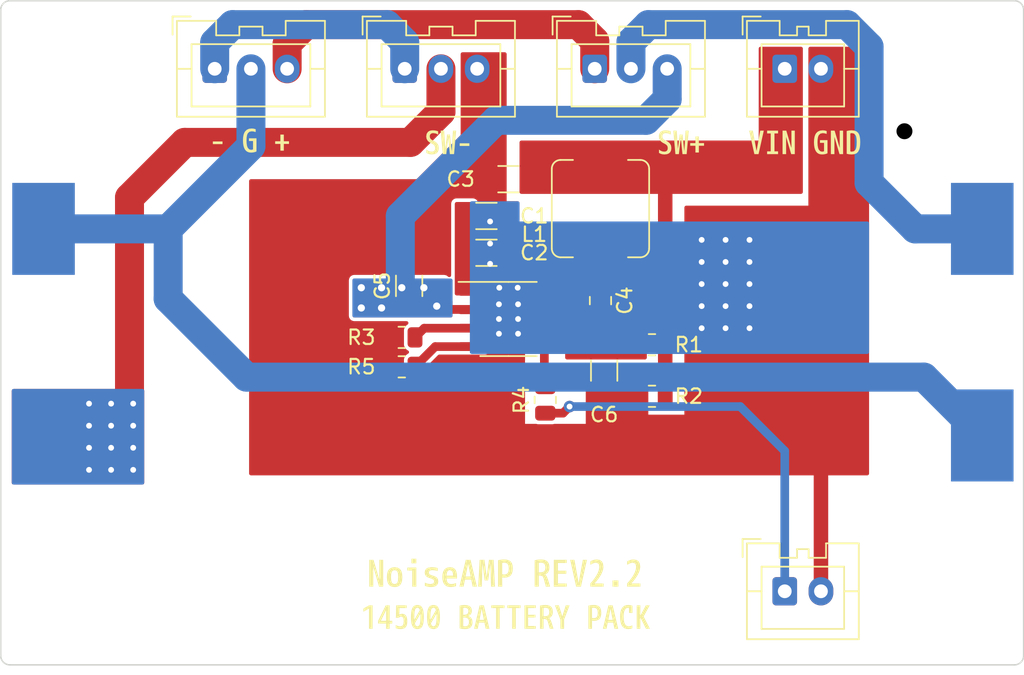
<source format=kicad_pcb>
(kicad_pcb (version 20211014) (generator pcbnew)
  (layers (0 "F.Cu" signal) (31 "B.Cu" signal) (34 "B.Paste" user) (35 "F.Paste" user) (36 "B.SilkS" user "B.Silkscreen") (37 "F.SilkS" user "F.Silkscreen") (38 "B.Mask" user) (39 "F.Mask" user) (44 "Edge.Cuts" user))
  (net 0 "")
  (net 1 "GND")
  (net 2 "Net-(C1-Pad2)")
  (net 3 "Net-(C4-Pad1)")
  (net 4 "Net-(C4-Pad2)")
  (net 5 "Net-(C5-Pad1)")
  (net 6 "Net-(C6-Pad1)")
  (net 7 "Net-(J2-Pad1)")
  (net 8 "Net-(J2-Pad2)")
  (net 9 "Net-(J3-Pad1)")
  (net 10 "Net-(J3-Pad2)")
  (net 11 "Net-(J4-Pad1)")
  (net 12 "Net-(J5-Pad2)")
  (net 13 "Net-(R3-Pad2)")
  (net 14 "Net-(R4-Pad2)")
  (net 15 "Net-(R5-Pad2)")
  (net 16 "Net-(R1-Pad2)")
  (footprint "Resistor_SMD:R_0805_2012Metric" (layer "F.Cu") (at 138.176 73.406)
    (fp_text reference "R2" (at 2.54 0) (layer "F.SilkS"))
    (fp_text value "5.1k")
    (pad "1" smd roundrect (at -0.9125 0) (size 1.025 1.4) (layers "F.Cu" "F.Paste" "F.Mask") (roundrect_rratio 0.243902439) (net 1 "GND"))
    (pad "2" smd roundrect (at 0.9125 0) (size 1.025 1.4) (layers "F.Cu" "F.Paste" "F.Mask") (roundrect_rratio 0.243902439) (net 16 "Net-(R1-Pad2)"))
  )
  (footprint "Capacitor_SMD:C_0805_2012Metric" (layer "F.Cu") (at 134.62 66.802 -90)
    (fp_text reference "C4" (at 0 -1.68 90) (layer "F.SilkS"))
    (fp_text value "0.1uF")
    (pad "1" smd roundrect (at -0.95 0 270) (size 1 1.45) (layers "F.Cu" "F.Paste" "F.Mask") (net 3 "Net-(C4-Pad1)"))
    (pad "2" smd roundrect (at 0.95 0 270) (size 1 1.45) (layers "F.Cu" "F.Paste" "F.Mask") (net 4 "Net-(C4-Pad2)"))
  )
  (footprint "Connector_JST:JST_XA_B02B-XASK-1_1x02_P2.50mm_Vertical" (layer "F.Cu") (at 147.34 86.868)
    (fp_text reference "J4" hide)
    (fp_text value "LED")
    (pad "1" thru_hole roundrect (at 0 0) (size 1.7 1.95) (drill 0.95) (layers *.Cu *.Mask) (roundrect_rratio 0.1470588235) (net 11 "Net-(J4-Pad1)"))
    (pad "2" thru_hole oval (at 2.5 0) (size 1.7 1.95) (drill 0.95) (layers *.Cu *.Mask) (net 1 "GND"))
  )
  (footprint "Capacitor_SMD:C_1206_3216Metric" (layer "F.Cu") (at 126.746 63.5 180)
    (fp_text reference "C2" (at -3.302 0) (layer "F.SilkS"))
    (fp_text value "22uF")
    (pad "1" smd roundrect (at -1.475 0 180) (size 1.15 1.8) (layers "F.Cu" "F.Paste" "F.Mask") (roundrect_rratio 0.2173913043) (net 1 "GND"))
    (pad "2" smd roundrect (at 1.475 0 180) (size 1.15 1.8) (layers "F.Cu" "F.Paste" "F.Mask") (roundrect_rratio 0.2173913043) (net 2 "Net-(C1-Pad2)"))
  )
  (footprint "Connector_JST:JST_XA_B03B-XASK-1_1x03_P2.50mm_Vertical" (layer "F.Cu") (at 107.99 50.8)
    (fp_text reference "J3" hide)
    (fp_text value "PWR")
    (pad "1" thru_hole roundrect (at 0 0) (size 1.7 1.95) (drill 0.95) (layers *.Cu *.Mask) (roundrect_rratio 0.1470588235) (net 9 "Net-(J3-Pad1)"))
    (pad "2" thru_hole oval (at 2.5 0) (size 1.7 1.95) (drill 0.95) (layers *.Cu *.Mask) (net 10 "Net-(J3-Pad2)"))
    (pad "3" thru_hole oval (at 5 0) (size 1.7 1.95) (drill 0.95) (layers *.Cu *.Mask) (net 7 "Net-(J2-Pad1)"))
  )
  (footprint "kibuzzard-624F939D" (layer "F.Cu") (at 128.143 88.646)
    (fp_text reference "kibuzzard-624F939D" hide)
    (fp_text value "G***" hide)
  )
  (footprint "Resistor_SMD:R_0805_2012Metric" (layer "F.Cu") (at 130.81 73.66 90)
    (fp_text reference "R4" (at 0 -1.65 90) (layer "F.SilkS"))
    (fp_text value "100R")
    (pad "1" smd roundrect (at -0.9125 0 90) (size 1.025 1.4) (layers "F.Cu" "F.Paste" "F.Mask") (roundrect_rratio 0.243902439) (net 11 "Net-(J4-Pad1)"))
    (pad "2" smd roundrect (at 0.9125 0 90) (size 1.025 1.4) (layers "F.Cu" "F.Paste" "F.Mask") (roundrect_rratio 0.243902439) (net 14 "Net-(R4-Pad2)"))
  )
  (footprint "Resistor_SMD:R_0805_2012Metric" (layer "F.Cu") (at 120.904 71.374)
    (fp_text reference "R5" (at -2.794 0) (layer "F.SilkS"))
    (fp_text value "51k")
    (pad "1" smd roundrect (at -0.9125 0) (size 1.025 1.4) (layers "F.Cu" "F.Paste" "F.Mask") (roundrect_rratio 0.243902439) (net 1 "GND"))
    (pad "2" smd roundrect (at 0.9125 0) (size 1.025 1.4) (layers "F.Cu" "F.Paste" "F.Mask") (roundrect_rratio 0.243902439) (net 15 "Net-(R5-Pad2)"))
  )
  (footprint "Capacitor_SMD:C_1206_3216Metric" (layer "F.Cu") (at 128.27 58.42 180)
    (fp_text reference "C3" (at 3.302 0) (layer "F.SilkS"))
    (fp_text value "10uF")
    (pad "1" smd roundrect (at -1.475 0 180) (size 1.15 1.8) (layers "F.Cu" "F.Paste" "F.Mask") (roundrect_rratio 0.2173913043) (net 16 "Net-(R1-Pad2)"))
    (pad "2" smd roundrect (at 1.475 0 180) (size 1.15 1.8) (layers "F.Cu" "F.Paste" "F.Mask") (roundrect_rratio 0.2173913043) (net 1 "GND"))
  )
  (footprint "Resistor_SMD:R_0805_2012Metric" (layer "F.Cu") (at 120.904 69.342)
    (fp_text reference "R3" (at -2.794 0) (layer "F.SilkS"))
    (fp_text value "120k")
    (pad "1" smd roundrect (at -0.9125 0) (size 1.025 1.4) (layers "F.Cu" "F.Paste" "F.Mask") (roundrect_rratio 0.243902439) (net 1 "GND"))
    (pad "2" smd roundrect (at 0.9125 0) (size 1.025 1.4) (layers "F.Cu" "F.Paste" "F.Mask") (roundrect_rratio 0.243902439) (net 13 "Net-(R3-Pad2)"))
  )
  (footprint "Capacitor_SMD:C_1206_3216Metric" (layer "F.Cu") (at 121.412 65.786 90)
    (fp_text reference "C5" (at 0 -1.85 90) (layer "F.SilkS"))
    (fp_text value "10uF")
    (pad "1" smd roundrect (at -1.475 0 90) (size 1.15 1.8) (layers "F.Cu" "F.Paste" "F.Mask") (roundrect_rratio 0.2173913043) (net 5 "Net-(C5-Pad1)"))
    (pad "2" smd roundrect (at 1.475 0 90) (size 1.15 1.8) (layers "F.Cu" "F.Paste" "F.Mask") (roundrect_rratio 0.2173913043) (net 1 "GND"))
  )
  (footprint "MountingHole:MountingHole_3.2mm_M3_ISO7380" (layer "F.Cu") (at 157.9581 87.9455)
    (fp_text reference "H3" hide)
    (fp_text value "MH")
    (pad "" np_thru_hole circle (at 0 0) (size 3.2 3.2) (drill 3.2) (layers *.Cu *.Mask))
  )
  (footprint "Connector_JST:JST_XA_B03B-XASK-1_1x03_P2.50mm_Vertical" (layer "F.Cu") (at 134.223332 50.8)
    (fp_text reference "J2" hide)
    (fp_text value "SW")
    (pad "1" thru_hole roundrect (at 0 0) (size 1.7 1.95) (drill 0.95) (layers *.Cu *.Mask) (roundrect_rratio 0.1470588235) (net 7 "Net-(J2-Pad1)"))
    (pad "2" thru_hole oval (at 2.5 0) (size 1.7 1.95) (drill 0.95) (layers *.Cu *.Mask) (net 8 "Net-(J2-Pad2)"))
    (pad "3" thru_hole oval (at 5 0) (size 1.7 1.95) (drill 0.95) (layers *.Cu *.Mask) (net 5 "Net-(C5-Pad1)"))
  )
  (footprint "MountingHole:MountingHole_3.2mm_M3_ISO7380" (layer "F.Cu") (at 157.9581 50)
    (fp_text reference "H2" hide)
    (fp_text value "MH")
    (pad "" np_thru_hole circle (at 0 0) (size 3.2 3.2) (drill 3.2) (layers *.Cu *.Mask))
  )
  (footprint "MountingHole:MountingHole_3.2mm_M3_ISO7380" (layer "F.Cu") (at 100 50)
    (fp_text reference "H1" hide)
    (fp_text value "MH")
    (pad "" np_thru_hole circle (at 0 0) (size 3.2 3.2) (drill 3.2) (layers *.Cu *.Mask))
  )
  (footprint "Capacitor_SMD:C_1206_3216Metric" (layer "F.Cu") (at 134.874 71.628 -90)
    (fp_text reference "C6" (at 3.048 0 180) (layer "F.SilkS"))
    (fp_text value "10uF")
    (pad "1" smd roundrect (at -1.475 0 270) (size 1.15 1.8) (layers "F.Cu" "F.Paste" "F.Mask") (roundrect_rratio 0.2173913043) (net 6 "Net-(C6-Pad1)"))
    (pad "2" smd roundrect (at 1.475 0 270) (size 1.15 1.8) (layers "F.Cu" "F.Paste" "F.Mask") (roundrect_rratio 0.2173913043) (net 1 "GND"))
  )
  (footprint "kibuzzard-624F9427" (layer "F.Cu") (at 148.717 55.88)
    (fp_text reference "kibuzzard-624F9427" hide)
    (fp_text value "G***" hide)
  )
  (footprint "Capacitor_SMD:C_1206_3216Metric" (layer "F.Cu") (at 126.746 60.96 180)
    (fp_text reference "C1" (at -3.302 0) (layer "F.SilkS"))
    (fp_text value "22uF")
    (pad "1" smd roundrect (at -1.475 0 180) (size 1.15 1.8) (layers "F.Cu" "F.Paste" "F.Mask") (roundrect_rratio 0.2173913043) (net 1 "GND"))
    (pad "2" smd roundrect (at 1.475 0 180) (size 1.15 1.8) (layers "F.Cu" "F.Paste" "F.Mask") (roundrect_rratio 0.2173913043) (net 2 "Net-(C1-Pad2)"))
  )
  (footprint "MountingHole:MountingHole_3.2mm_M3_ISO7380" (layer "F.Cu") (at 100 87.9455)
    (fp_text reference "H4" hide)
    (fp_text value "MH")
    (pad "" np_thru_hole circle (at 0 0) (size 3.2 3.2) (drill 3.2) (layers *.Cu *.Mask))
  )
  (footprint "Package_SO:SOIC-8-1EP_3.9x4.9mm_P1.27mm_EP2.29x3mm" (layer "F.Cu") (at 128.27 68.072)
    (fp_text reference "U1" hide)
    (fp_text value "IP2325")
    (pad "1" smd roundrect (at -2.475 -1.905) (size 1.95 0.6) (layers "F.Cu" "F.Paste" "F.Mask") (net 2 "Net-(C1-Pad2)"))
    (pad "2" smd roundrect (at -2.475 -0.635) (size 1.95 0.6) (layers "F.Cu" "F.Paste" "F.Mask") (net 5 "Net-(C5-Pad1)"))
    (pad "3" smd roundrect (at -2.475 0.635) (size 1.95 0.6) (layers "F.Cu" "F.Paste" "F.Mask") (net 13 "Net-(R3-Pad2)"))
    (pad "4" smd roundrect (at -2.475 1.905) (size 1.95 0.6) (layers "F.Cu" "F.Paste" "F.Mask") (net 15 "Net-(R5-Pad2)"))
    (pad "5" smd roundrect (at 2.475 1.905) (size 1.95 0.6) (layers "F.Cu" "F.Paste" "F.Mask") (net 14 "Net-(R4-Pad2)"))
    (pad "6" smd roundrect (at 2.475 0.635) (size 1.95 0.6) (layers "F.Cu" "F.Paste" "F.Mask") (net 6 "Net-(C6-Pad1)"))
    (pad "7" smd roundrect (at 2.475 -0.635) (size 1.95 0.6) (layers "F.Cu" "F.Paste" "F.Mask") (net 4 "Net-(C4-Pad2)"))
    (pad "8" smd roundrect (at 2.475 -1.905) (size 1.95 0.6) (layers "F.Cu" "F.Paste" "F.Mask") (net 3 "Net-(C4-Pad1)"))
    (pad "9" smd rect (at 0 0) (size 2.29 3) (layers "F.Cu" "F.Mask") (net 1 "GND"))
  )
  (footprint "kibuzzard-624F940E" (layer "F.Cu") (at 124.079 55.88)
    (fp_text reference "kibuzzard-624F940E" hide)
    (fp_text value "G***" hide)
  )
  (footprint "Inductor_SMD:L_Sumida_CDMC6D28_7.25x6.5mm" (layer "F.Cu") (at 134.62 60.452 90)
    (fp_text reference "L1" (at -1.778 -4.572 180) (layer "F.SilkS"))
    (fp_text value "2.2uH")
    (pad "1" smd rect (at -2.85 0 90) (size 2 3.4) (layers "F.Cu" "F.Paste" "F.Mask") (net 3 "Net-(C4-Pad1)"))
    (pad "2" smd rect (at 2.85 0 90) (size 2 3.4) (layers "F.Cu" "F.Paste" "F.Mask") (net 16 "Net-(R1-Pad2)"))
  )
  (footprint "kibuzzard-624F9417" (layer "F.Cu") (at 140.208 55.88)
    (fp_text reference "kibuzzard-624F9417" hide)
    (fp_text value "G***" hide)
  )
  (footprint "kibuzzard-624F9385" (layer "F.Cu") (at 128.016 85.598)
    (fp_text reference "kibuzzard-624F9385" hide)
    (fp_text value "G***" hide)
  )
  (footprint "Connector_JST:JST_XA_B03B-XASK-1_1x03_P2.50mm_Vertical" (layer "F.Cu") (at 121.106666 50.8)
    (fp_text reference "J5" hide)
    (fp_text value "SW")
    (pad "1" thru_hole roundrect (at 0 0) (size 1.7 1.95) (drill 0.95) (layers *.Cu *.Mask) (roundrect_rratio 0.1470588235) (net 9 "Net-(J3-Pad1)"))
    (pad "2" thru_hole oval (at 2.5 0) (size 1.7 1.95) (drill 0.95) (layers *.Cu *.Mask) (net 12 "Net-(J5-Pad2)"))
    (pad "3" thru_hole oval (at 5 0) (size 1.7 1.95) (drill 0.95) (layers *.Cu *.Mask) (net 1 "GND"))
  )
  (footprint "kibuzzard-624F9438" (layer "F.Cu") (at 110.49 55.753)
    (fp_text reference "kibuzzard-624F9438" hide)
    (fp_text value "G***" hide)
  )
  (footprint "Resistor_SMD:R_0805_2012Metric" (layer "F.Cu") (at 138.176 69.85)
    (fp_text reference "R1" (at 2.54 0) (layer "F.SilkS"))
    (fp_text value "0.5R")
    (pad "1" smd roundrect (at -0.9125 0) (size 1.025 1.4) (layers "F.Cu" "F.Paste" "F.Mask") (roundrect_rratio 0.243902439) (net 6 "Net-(C6-Pad1)"))
    (pad "2" smd roundrect (at 0.9125 0) (size 1.025 1.4) (layers "F.Cu" "F.Paste" "F.Mask") (roundrect_rratio 0.243902439) (net 16 "Net-(R1-Pad2)"))
  )
  (footprint "Connector_JST:JST_XA_B02B-XASK-1_1x02_P2.50mm_Vertical" (layer "F.Cu") (at 147.34 50.8)
    (fp_text reference "J1" hide)
    (fp_text value "VIN")
    (pad "1" thru_hole roundrect (at 0 0) (size 1.7 1.95) (drill 0.95) (layers *.Cu *.Mask) (roundrect_rratio 0.1470588235) (net 16 "Net-(R1-Pad2)"))
    (pad "2" thru_hole oval (at 2.5 0) (size 1.7 1.95) (drill 0.95) (layers *.Cu *.Mask) (net 1 "GND"))
  )
  (footprint "NoiseAMP_PCBLib:2AA_CELL" (layer "B.Cu") (at 160.974 61.850889 180)
    (fp_text reference "U2" hide)
    (fp_text value "Bat_Pack")
    (pad "" np_thru_hole circle (at 5.37 6.74 180) (size 1.3 1.3) (drill 1.1) (layers *.Mask))
    (pad "1" smd rect (at 0 0 180) (size 4.32 6.35) (layers "B.Cu" "B.Paste" "B.Mask") (net 8 "Net-(J2-Pad2)"))
    (pad "2" smd rect (at 64.8 0 180) (size 4.32 6.35) (layers "B.Cu" "B.Paste" "B.Mask") (net 10 "Net-(J3-Pad2)"))
    (pad "3" smd rect (at 0 -14.26 180) (size 4.32 6.35) (layers "B.Cu" "B.Paste" "B.Mask") (net 10 "Net-(J3-Pad2)"))
    (pad "4" smd rect (at 64.8 -14.26 180) (size 4.32 6.35) (layers "B.Cu" "B.Paste" "B.Mask") (net 12 "Net-(J5-Pad2)"))
  )
  (gr_arc (start 93.218 46.736) (mid 93.403987 46.286987) (end 93.853 46.101) (layer "Edge.Cuts") (width 0.1))
  (gr_arc (start 163.83 91.313) (mid 163.644013 91.762013) (end 163.195 91.948) (layer "Edge.Cuts") (width 0.1))
  (gr_line (start 93.218 91.313) (end 93.218 46.736) (layer "Edge.Cuts") (width 0.1))
  (gr_arc (start 163.195 46.101) (mid 163.644013 46.286987) (end 163.83 46.736) (layer "Edge.Cuts") (width 0.1))
  (gr_line (start 163.83 91.313) (end 163.83 46.736) (layer "Edge.Cuts") (width 0.1))
  (gr_line (start 163.195 46.101) (end 93.853 46.101) (layer "Edge.Cuts") (width 0.1))
  (gr_line (start 163.195 91.948) (end 93.853 91.948) (layer "Edge.Cuts") (width 0.1))
  (gr_arc (start 93.853 91.948) (mid 93.403987 91.762013) (end 93.218 91.313) (layer "Edge.Cuts") (width 0.1))
  (segment (start 149.84 86.868) (end 149.84 77.8564) (width 1) (layer "F.Cu") (net 1))
  (via (at 127 62.865) (size 0.8) (drill 0.4) (layers "F.Cu" "B.Cu") (net 1))
  (via (at 128.9304 68.072) (size 0.8) (drill 0.4) (layers "F.Cu" "B.Cu") (net 1))
  (via (at 144.907 65.659) (size 0.8) (drill 0.4) (layers "F.Cu" "B.Cu") (net 1))
  (via (at 127 61.341) (size 0.8) (drill 0.4) (layers "F.Cu" "B.Cu") (net 1))
  (via (at 127.6096 69.088) (size 0.8) (drill 0.4) (layers "F.Cu" "B.Cu") (net 1))
  (via (at 127.6096 67.056) (size 0.8) (drill 0.4) (layers "F.Cu" "B.Cu") (net 1))
  (via (at 141.605 65.659) (size 0.8) (drill 0.4) (layers "F.Cu" "B.Cu") (net 1))
  (via (at 143.256 67.183) (size 0.8) (drill 0.4) (layers "F.Cu" "B.Cu") (net 1))
  (via (at 143.256 65.659) (size 0.8) (drill 0.4) (layers "F.Cu" "B.Cu") (net 1))
  (via (at 144.907 68.707) (size 0.8) (drill 0.4) (layers "F.Cu" "B.Cu") (net 1))
  (via (at 128.905 65.913) (size 0.8) (drill 0.4) (layers "F.Cu" "B.Cu") (net 1))
  (via (at 144.907 64.135) (size 0.8) (drill 0.4) (layers "F.Cu" "B.Cu") (net 1))
  (via (at 141.605 64.135) (size 0.8) (drill 0.4) (layers "F.Cu" "B.Cu") (net 1))
  (via (at 144.907 62.611) (size 0.8) (drill 0.4) (layers "F.Cu" "B.Cu") (net 1))
  (via (at 128.9304 69.088) (size 0.8) (drill 0.4) (layers "F.Cu" "B.Cu") (net 1))
  (via (at 141.605 62.611) (size 0.8) (drill 0.4) (layers "F.Cu" "B.Cu") (net 1))
  (via (at 127.6096 68.072) (size 0.8) (drill 0.4) (layers "F.Cu" "B.Cu") (net 1))
  (via (at 143.256 64.135) (size 0.8) (drill 0.4) (layers "F.Cu" "B.Cu") (net 1))
  (via (at 128.9304 67.056) (size 0.8) (drill 0.4) (layers "F.Cu" "B.Cu") (net 1))
  (via (at 141.605 68.707) (size 0.8) (drill 0.4) (layers "F.Cu" "B.Cu") (net 1))
  (via (at 127 64.262) (size 0.8) (drill 0.4) (layers "F.Cu" "B.Cu") (net 1))
  (via (at 127.635 65.913) (size 0.8) (drill 0.4) (layers "F.Cu" "B.Cu") (net 1))
  (via (at 143.256 68.707) (size 0.8) (drill 0.4) (layers "F.Cu" "B.Cu") (net 1))
  (via (at 144.907 67.183) (size 0.8) (drill 0.4) (layers "F.Cu" "B.Cu") (net 1))
  (via (at 141.605 67.183) (size 0.8) (drill 0.4) (layers "F.Cu" "B.Cu") (net 1))
  (via (at 143.256 62.611) (size 0.8) (drill 0.4) (layers "F.Cu" "B.Cu") (net 1))
  (segment (start 134.305 67.437) (end 134.62 67.752) (width 0.6) (layer "F.Cu") (net 4))
  (segment (start 130.745 67.437) (end 134.305 67.437) (width 0.6) (layer "F.Cu") (net 4))
  (segment (start 121.588 67.437) (end 121.412 67.261) (width 0.6) (layer "F.Cu") (net 5))
  (via (at 123.317 67.183) (size 1) (drill 0.5) (layers "F.Cu" "B.Cu") (net 5))
  (via (at 119.507 65.913) (size 1) (drill 0.5) (layers "F.Cu" "B.Cu") (net 5))
  (via (at 118.11 65.913) (size 1) (drill 0.5) (layers "F.Cu" "B.Cu") (net 5))
  (via (at 118.11 67.31) (size 1) (drill 0.5) (layers "F.Cu" "B.Cu") (net 5))
  (via (at 119.507 67.31) (size 1) (drill 0.5) (layers "F.Cu" "B.Cu") (net 5))
  (via (at 120.904 65.913) (size 1) (drill 0.5) (layers "F.Cu" "B.Cu") (net 5))
  (via (at 122.428 65.913) (size 1) (drill 0.5) (layers "F.Cu" "B.Cu") (net 5))
  (segment (start 120.8024 60.96) (end 120.8024 65.8114) (width 2) (layer "B.Cu") (net 5))
  (segment (start 137.7696 54.356) (end 127.4064 54.356) (width 2) (layer "B.Cu") (net 5))
  (segment (start 120.8024 65.8114) (end 120.904 65.913) (width 2) (layer "B.Cu") (net 5))
  (segment (start 139.223332 50.8) (end 139.223332 52.902268) (width 2) (layer "B.Cu") (net 5))
  (segment (start 127.4064 54.356) (end 120.8024 60.96) (width 2) (layer "B.Cu") (net 5))
  (segment (start 139.223332 52.902268) (end 137.7696 54.356) (width 2) (layer "B.Cu") (net 5))
  (segment (start 133.096 47.752) (end 134.223332 48.879332) (width 2) (layer "F.Cu") (net 7))
  (segment (start 112.99 50.8) (end 112.99 49.062) (width 2) (layer "F.Cu") (net 7))
  (segment (start 134.223332 48.879332) (end 134.223332 50.8) (width 2) (layer "F.Cu") (net 7))
  (segment (start 112.99 49.062) (end 114.3 47.752) (width 2) (layer "F.Cu") (net 7))
  (segment (start 114.3 47.752) (end 133.096 47.752) (width 2) (layer "F.Cu") (net 7))
  (segment (start 136.723332 48.950668) (end 137.922 47.752) (width 2) (layer "B.Cu") (net 8))
  (segment (start 153.162 49.276) (end 153.162 58.674) (width 2) (layer "B.Cu") (net 8))
  (segment (start 153.162 58.674) (end 156.338889 61.850889) (width 2) (layer "B.Cu") (net 8))
  (segment (start 151.638 47.752) (end 153.162 49.276) (width 2) (layer "B.Cu") (net 8))
  (segment (start 137.922 47.752) (end 151.638 47.752) (width 2) (layer "B.Cu") (net 8))
  (segment (start 136.723332 50.8) (end 136.723332 48.950668) (width 2) (layer "B.Cu") (net 8))
  (segment (start 156.338889 61.850889) (end 160.974 61.850889) (width 2) (layer "B.Cu") (net 8))
  (segment (start 107.99 48.982) (end 109.22 47.752) (width 2) (layer "B.Cu") (net 9))
  (segment (start 119.888 47.752) (end 121.106666 48.970666) (width 2) (layer "B.Cu") (net 9))
  (segment (start 109.22 47.752) (end 119.888 47.752) (width 2) (layer "B.Cu") (net 9))
  (segment (start 121.106666 48.970666) (end 121.106666 50.8) (width 2) (layer "B.Cu") (net 9))
  (segment (start 107.99 50.8) (end 107.99 48.982) (width 2) (layer "B.Cu") (net 9))
  (segment (start 104.776889 61.850889) (end 96.174 61.850889) (width 2) (layer "B.Cu") (net 10))
  (segment (start 110.1852 72.0852) (end 156.948311 72.0852) (width 2) (layer "B.Cu") (net 10))
  (segment (start 156.948311 72.0852) (end 160.782 75.918889) (width 2) (layer "B.Cu") (net 10))
  (segment (start 104.776889 61.850889) (end 104.776889 66.676889) (width 2) (layer "B.Cu") (net 10))
  (segment (start 160.782 75.918889) (end 160.782 78.232) (width 2) (layer "B.Cu") (net 10))
  (segment (start 110.49 50.8) (end 110.49 56.137778) (width 2) (layer "B.Cu") (net 10))
  (segment (start 104.776889 66.676889) (end 110.1852 72.0852) (width 2) (layer "B.Cu") (net 10))
  (segment (start 110.49 56.137778) (end 104.776889 61.850889) (width 2) (layer "B.Cu") (net 10))
  (segment (start 132.0311 74.5725) (end 132.4864 74.1172) (width 0.6) (layer "F.Cu") (net 11))
  (segment (start 130.81 74.5725) (end 132.0311 74.5725) (width 0.6) (layer "F.Cu") (net 11))
  (via (at 132.4864 74.1172) (size 0.8) (drill 0.4) (layers "F.Cu" "B.Cu") (net 11))
  (segment (start 144.272 74.1172) (end 147.34 77.1852) (width 0.6) (layer "B.Cu") (net 11))
  (segment (start 147.34 77.1852) (end 147.34 86.868) (width 0.6) (layer "B.Cu") (net 11))
  (segment (start 132.4864 74.1172) (end 144.272 74.1172) (width 0.6) (layer "B.Cu") (net 11))
  (segment (start 105.918 55.88) (end 102.108 59.69) (width 2) (layer "F.Cu") (net 12))
  (segment (start 102.108 59.69) (end 102.108 73.406) (width 2) (layer "F.Cu") (net 12))
  (segment (start 121.501666 55.88) (end 105.918 55.88) (width 2) (layer "F.Cu") (net 12))
  (segment (start 123.606666 53.775) (end 121.501666 55.88) (width 2) (layer "F.Cu") (net 12))
  (segment (start 123.606666 50.8) (end 123.606666 53.775) (width 2) (layer "F.Cu") (net 12))
  (via (at 100.838 76.962) (size 0.8) (drill 0.4) (layers "F.Cu" "B.Cu") (net 12))
  (via (at 99.314 76.962) (size 0.8) (drill 0.4) (layers "F.Cu" "B.Cu") (net 12))
  (via (at 102.362 73.914) (size 0.8) (drill 0.4) (layers "F.Cu" "B.Cu") (net 12))
  (via (at 102.362 78.486) (size 0.8) (drill 0.4) (layers "F.Cu" "B.Cu") (net 12))
  (via (at 100.838 73.914) (size 0.8) (drill 0.4) (layers "F.Cu" "B.Cu") (net 12))
  (via (at 100.838 78.486) (size 0.8) (drill 0.4) (layers "F.Cu" "B.Cu") (net 12))
  (via (at 99.314 73.914) (size 0.8) (drill 0.4) (layers "F.Cu" "B.Cu") (net 12))
  (via (at 99.314 75.438) (size 0.8) (drill 0.4) (layers "F.Cu" "B.Cu") (net 12))
  (via (at 99.314 78.486) (size 0.8) (drill 0.4) (layers "F.Cu" "B.Cu") (net 12))
  (via (at 100.838 75.438) (size 0.8) (drill 0.4) (layers "F.Cu" "B.Cu") (net 12))
  (via (at 102.362 76.962) (size 0.8) (drill 0.4) (layers "F.Cu" "B.Cu") (net 12))
  (via (at 102.362 75.438) (size 0.8) (drill 0.4) (layers "F.Cu" "B.Cu") (net 12))
  (segment (start 122.4515 68.707) (end 121.8165 69.342) (width 0.6) (layer "F.Cu") (net 13))
  (segment (start 125.795 68.707) (end 122.4515 68.707) (width 0.6) (layer "F.Cu") (net 13))
  (segment (start 130.745 69.977) (end 130.745 72.6825) (width 0.6) (layer "F.Cu") (net 14))
  (segment (start 130.745 72.6825) (end 130.81 72.7475) (width 0.6) (layer "F.Cu") (net 14))
  (segment (start 125.795 69.977) (end 123.2135 69.977) (width 0.6) (layer "F.Cu") (net 15))
  (segment (start 123.2135 69.977) (end 121.8165 71.374) (width 0.6) (layer "F.Cu") (net 15))
  (segment (start 139.0885 73.406) (end 139.0885 58.9515) (width 1) (layer "F.Cu") (net 16))
  (segment (start 139.065 58.928) (end 139.0885 58.9515) (width 1) (layer "F.Cu") (net 16))
  (zone (net 16) (net_name "Net-(R1-Pad2)") (layer "F.Cu") (connect_pads yes (clearance 0.2)) (min_thickness 0.254) (fill yes (thermal_gap 0.508) (thermal_bridge_width 0.508))
    (polygon (pts (xy 148.59 59.436) (xy 129.032 59.436) (xy 129.032 55.753) (xy 145.542 55.753) (xy 145.542 49.276) (xy 148.59 49.276)))
  )
  (zone (net 2) (net_name "Net-(C1-Pad2)") (layer "F.Cu") (priority 1) (connect_pads yes (clearance 0.2)) (min_thickness 0.254) (fill yes (thermal_gap 0.508) (thermal_bridge_width 0.508))
    (polygon (pts (xy 125.9332 65.1256) (xy 126.7968 65.1256) (xy 126.7968 66.4464) (xy 124.5616 66.4464) (xy 124.5616 59.9948) (xy 125.9332 59.9948)))
  )
  (zone (net 5) (net_name "Net-(C5-Pad1)") (layer "F.Cu") (priority 1) (connect_pads yes (clearance 0.2)) (min_thickness 0.254) (fill yes (thermal_gap 0.508) (thermal_bridge_width 0.508))
    (polygon (pts (xy 124.4092 67.1068) (xy 126.7968 67.1068) (xy 126.7968 67.7164) (xy 124.4092 67.7164) (xy 124.4092 67.9704) (xy 117.5004 67.9704) (xy 117.5004 65.278) (xy 123.952 65.278) (xy 123.952 66.294) (xy 124.4092 66.802)))
  )
  (zone (net 6) (net_name "Net-(C6-Pad1)") (layer "F.Cu") (priority 1) (connect_pads yes (clearance 0.2)) (min_thickness 0.254) (fill yes (thermal_gap 0.508) (thermal_bridge_width 0.508))
    (polygon (pts (xy 133.7056 68.7832) (xy 137.8204 68.7832) (xy 137.8204 70.866) (xy 132.1816 70.866) (xy 132.1816 69.2404) (xy 129.7432 69.2404) (xy 129.7432 68.3768) (xy 133.35 68.3768)))
  )
  (zone (net 3) (net_name "Net-(C4-Pad1)") (layer "F.Cu") (priority 1) (connect_pads yes (clearance 0.2)) (min_thickness 0.254) (fill yes (thermal_gap 0.508) (thermal_bridge_width 0.508))
    (polygon (pts (xy 136.4488 66.4972) (xy 129.7432 66.4972) (xy 129.7432 65.1256) (xy 129.7432 62.1284) (xy 132.6388 62.1284) (xy 136.4488 62.1284)))
  )
  (zone (net 1) (net_name "GND") (layer "F.Cu") (connect_pads yes (clearance 0.25)) (min_thickness 0.254) (fill yes (thermal_gap 0.508) (thermal_bridge_width 0.508))
    (polygon (pts (xy 128.143 59.944) (xy 129.032 59.944) (xy 129.032 64.516) (xy 129.413 64.516) (xy 129.413 69.1515) (xy 129.413 75.311) (xy 133.604 75.311) (xy 133.604 72.263) (xy 137.922 72.263) (xy 137.922 74.676) (xy 140.4112 74.676) (xy 140.4112 66.04) (xy 140.4112 60.2488) (xy 148.971 60.2488) (xy 148.971 49.276) (xy 153.162 49.276) (xy 153.162 78.867) (xy 137.922 78.867) (xy 129.286 78.867) (xy 110.363 78.867) (xy 110.363 58.42) (xy 121.92 58.42) (xy 124.968 55.372) (xy 124.968 49.657) (xy 128.143 49.657)))
  )
  (zone (net 12) (net_name "Net-(J5-Pad2)") (layers F&B.Cu) (priority 1) (connect_pads yes (clearance 0.2)) (min_thickness 0.254) (fill yes (thermal_gap 0.508) (thermal_bridge_width 0.508))
    (polygon (pts (xy 103.124 79.502) (xy 93.98 79.502) (xy 93.98 72.898) (xy 103.124 72.898)))
  )
  (zone (net 1) (net_name "GND") (layer "B.Cu") (connect_pads yes (clearance 0.25)) (min_thickness 0.254) (fill yes (thermal_gap 0.508) (thermal_bridge_width 0.508))
    (polygon (pts (xy 129.032 61.341) (xy 153.162 61.341) (xy 153.162 70.485) (xy 125.603 70.485) (xy 125.603 59.944) (xy 129.032 59.944)))
  )
  (zone (net 5) (net_name "Net-(C5-Pad1)") (layer "B.Cu") (priority 1) (connect_pads yes (clearance 0.2)) (min_thickness 0.254) (fill yes (thermal_gap 0.508) (thermal_bridge_width 0.508))
    (polygon (pts (xy 124.4092 67.1068) (xy 124.4092 67.2084) (xy 124.4092 67.4116) (xy 124.403216 67.712413) (xy 124.403216 67.966413) (xy 117.494416 67.966413) (xy 117.494416 65.274013) (xy 124.4092 65.278) (xy 124.4092 66.290013) (xy 124.4092 66.802)))
  )
)
</source>
